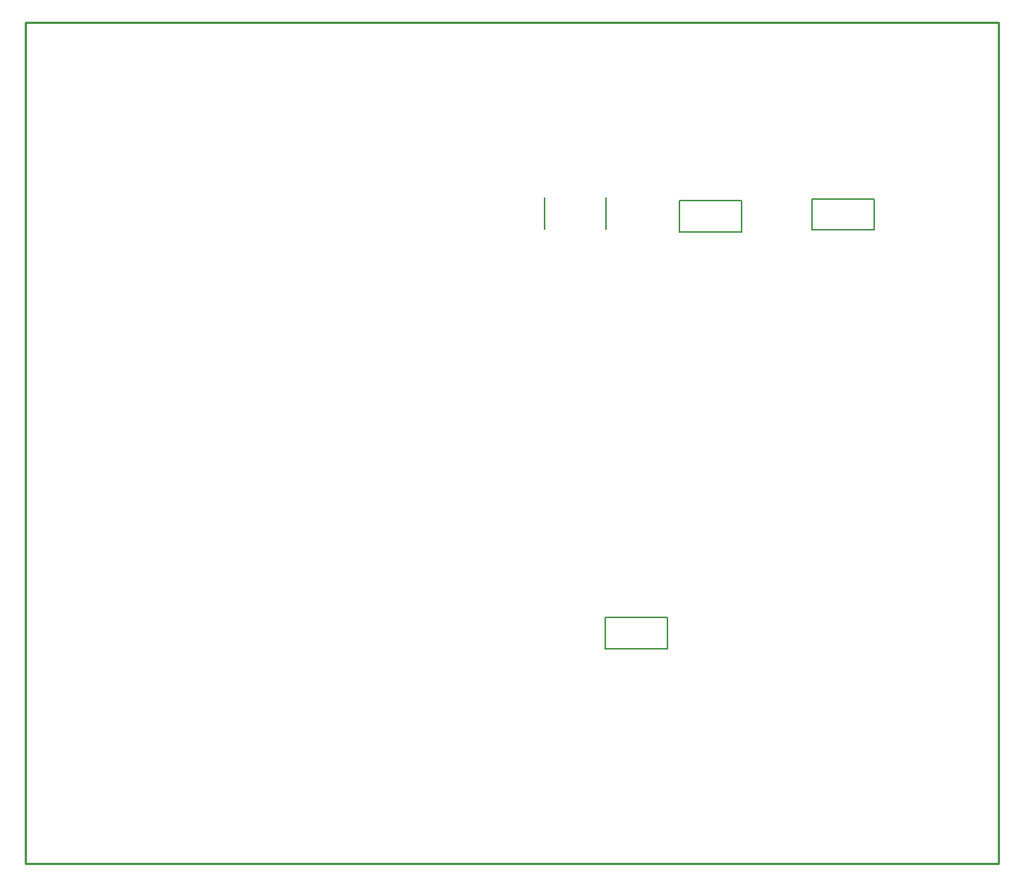
<source format=gko>
G04*
G04 #@! TF.GenerationSoftware,Altium Limited,Altium Designer,21.8.1 (53)*
G04*
G04 Layer_Color=16711935*
%FSLAX25Y25*%
%MOIN*%
G70*
G04*
G04 #@! TF.SameCoordinates,92EEE739-4F3B-4374-ACD8-CC48A347F5D9*
G04*
G04*
G04 #@! TF.FilePolarity,Positive*
G04*
G01*
G75*
%ADD14C,0.01000*%
%ADD143C,0.00500*%
D14*
Y0D02*
Y374803D01*
Y0D02*
X432874D01*
X0Y374803D02*
X432874D01*
Y0D02*
Y374803D01*
D143*
X350098Y282382D02*
X377658D01*
Y296161D01*
X350098D02*
X377658D01*
X350098Y282382D02*
Y296161D01*
X291142Y281594D02*
X318701D01*
Y295374D01*
X291142D02*
X318701D01*
X291142Y281594D02*
Y295374D01*
X257972Y95866D02*
X285531D01*
Y109646D01*
X257972D02*
X285531D01*
X257972Y95866D02*
Y109646D01*
X258468Y282916D02*
Y296695D01*
X230909Y282916D02*
Y296695D01*
M02*

</source>
